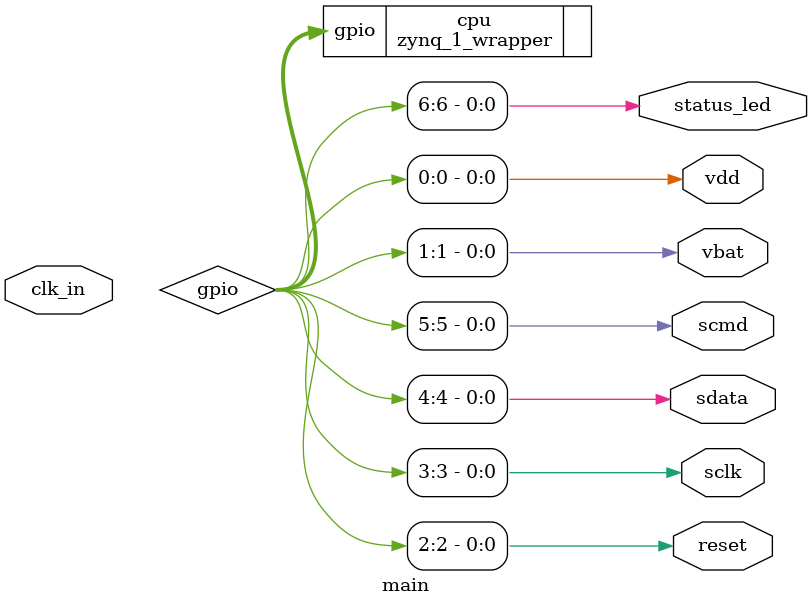
<source format=v>
`timescale 1ns / 1ns


module main (

    // Clk Input
    input clk_in,

//    // Data Pins
//    output reg reset = 0,
//    output reg sclk = 0, // Half the speed of data_clk, a 20,000th the speed of clk
//    output reg sdata = 0,
//    output reg scmd = 0,

//    // Power Pins
//    output reg vbat = 1,
//    output reg vdd = 1

    // Data Pins
    output reset,
    output sclk, // Half the speed of data_clk, a 20,000th the speed of clk
    output sdata,
    output scmd,

    // Power Pins
    output vbat,
    output vdd,
    output status_led
    );
    
    // GPIO OUT MAP
    // 0 - VDD
    // 1 - VBAT
    // 2 - RESET
    // 3 - SCLK
    // 4 - SDATA
    // 5 - SCMD
    
    wire [31 : 0] gpio;
    zynq_1_wrapper cpu(.gpio(gpio));
    
    assign vdd = gpio[0];
    assign vbat = gpio[1];
    assign reset = gpio[2];
    assign sclk = gpio[3];
    assign sdata = gpio[4];
    assign scmd = gpio[5];
    assign status_led = gpio[6];
    
    wire clk;
    IBUFG clk_buf(.I(clk_in), .O(clk)); // Clock Buffer Conversion
    
//    reg data_clk = 0; // A tenth-thousandth the speed of clk
//    reg [32 : 0] data_clk_cnt = 4'b0;
//    reg [7 : 0] reset_cnt = 0;
//    always @ (posedge clk) begin
//        if (data_clk_cnt == 10000) begin
//            data_clk_cnt = 0;
//            data_clk = ~data_clk;
//        end
//        else if (reset_cnt > 100) begin
//            data_clk_cnt = data_clk_cnt + 1;
//            reset = 1;
//        end
//        else
//            reset_cnt = reset_cnt + 1;
//    end
    
//    reg [7 : 0] data [127 : 0];
//    reg [7 : 0] dc [127 : 0];
//    reg [32 : 0] data_count = 50;
    
//    integer i;
    
//    initial begin
//        data[0] = 8'hAE; // Display Off
//        dc[0] = 0;
        
//        data[1] = 8'h8D; // Pump 1
//        dc[1] = 0;
        
//        data[2] = 8'h14;
//        dc[2] = 0;
        
//        data[3] = 8'hD9; // Precharge
//        dc[3] = 0;
        
//        data[4] = 8'hF1;
//        dc[4] = 0;
        
//        data[5] = 8'h81; // Contrast
//        dc[5] = 0;
                
//        data[6] = 8'hFF;
//        dc[6] = 0;
        
//        data[7] = 8'hA4; // Display from RAM
//        dc[7] = 0;
                
//        data[8] = 8'hAE; // Display On
//        dc[8] = 0;
                
//        for (i = 9; i < 28; i = i + 1) begin
//            data[i] = 8'hE3;
//            dc[i] = 0;
//        end
        
//        data[28] = 8'h20; // Page address mode
//        dc[28] = 0;
//        data[29] = 8'h01; // Vertical address mode
//        dc[29] = 0;
//        data[30] = 8'hA5;
//        dc[30] = 0;
//        for (i = 31; i < 51; i = i + 1) begin
//            data[i] = 8'h00;
//            dc[i] = 1;
//        end
//    end
    
//    reg [7 : 0] data_addr = 0;
    
//    reg [7 : 0] data_out = 8'h00;
//    reg [3 : 0] data_progress = 15;
//    reg data_final = 0;
//    reg data_enable = 1;
    
//    // Main SPI communications loop
//    always @ (posedge data_clk) begin
    
//        // Wraps up commications by pulling clk down, data_off, reseting data_final,
//        // and stops from repeating by setting data_enable low.
//        // Only is needed when not automated by arm cores.
//        if (data_final == 1) begin
//            sclk = 0;
//            sdata = 0;
//            data_final = 0;
//            data_enable = 0;
//        end
    
//        // Primary communication routine 
//        if (data_enable) begin
//            scmd = dc[data_addr];
//            data_out = data[data_addr];
//            sclk = !data_progress[0];
//            if (sclk == 0) begin
//                sdata = data_out[(data_progress >> 1)];
//            end
//            data_progress = data_progress - 1;
//            if (data_progress == 15)
//                data_addr = data_addr + 1;
//        end
        
//        // Signals cleanup routine when communication is done.
//        if (data_addr > data_count)
//            data_final = 1;
//    end
    
endmodule

</source>
